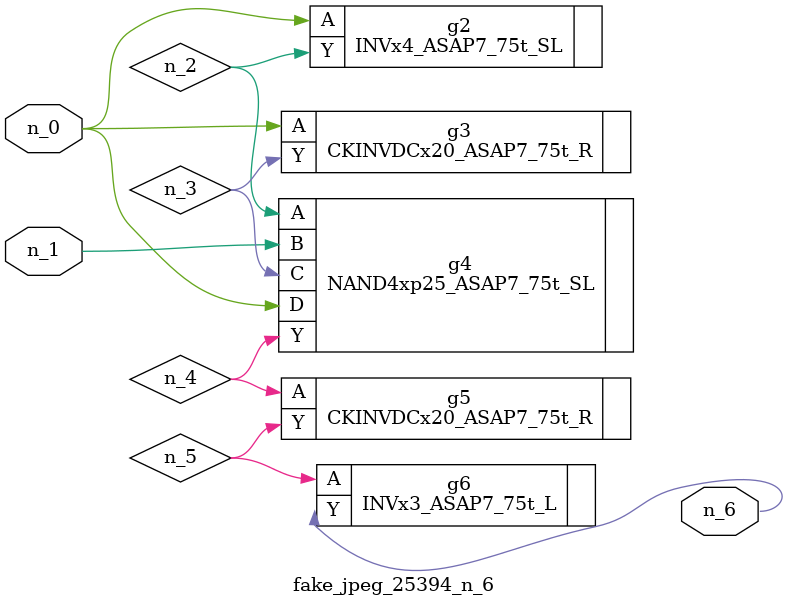
<source format=v>
module fake_jpeg_25394_n_6 (n_0, n_1, n_6);

input n_0;
input n_1;

output n_6;

wire n_3;
wire n_2;
wire n_4;
wire n_5;

INVx4_ASAP7_75t_SL g2 ( 
.A(n_0),
.Y(n_2)
);

CKINVDCx20_ASAP7_75t_R g3 ( 
.A(n_0),
.Y(n_3)
);

NAND4xp25_ASAP7_75t_SL g4 ( 
.A(n_2),
.B(n_1),
.C(n_3),
.D(n_0),
.Y(n_4)
);

CKINVDCx20_ASAP7_75t_R g5 ( 
.A(n_4),
.Y(n_5)
);

INVx3_ASAP7_75t_L g6 ( 
.A(n_5),
.Y(n_6)
);


endmodule
</source>
